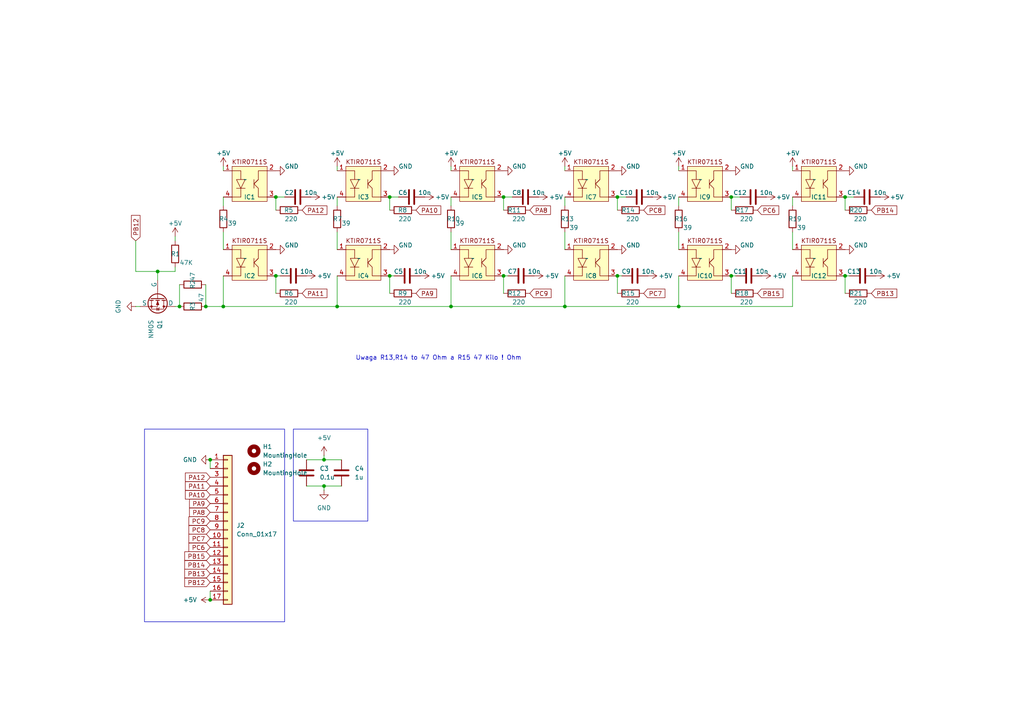
<source format=kicad_sch>
(kicad_sch (version 20231120) (generator "eeschema") (generator_version "8.0")
  (paper "A4")
  (lib_symbols
    (symbol "+5V_1" (power) (pin_numbers hide) (pin_names (offset 0) hide)
      (property "Value" "+5V" (at 0 3.556 0))
      (symbol "+5V_1_0_1"
        (polyline (pts (xy -0.762 1.27) (xy 0 2.54)))
        (polyline (pts (xy 0 0) (xy 0 2.54)))
        (polyline (pts (xy 0 2.54) (xy 0.762 1.27)))
      )
      (symbol "+5V_1_1_1"
        (pin power_in line (at 0 0 90) (length 0) (name "~") (number "1"))
      )
    )
    (symbol "+5V_2" (power) (pin_numbers hide) (pin_names (offset 0) hide)
      (property "Value" "+5V" (at 0 3.556 0))
      (symbol "+5V_2_0_1"
        (polyline (pts (xy -0.762 1.27) (xy 0 2.54)))
        (polyline (pts (xy 0 0) (xy 0 2.54)))
        (polyline (pts (xy 0 2.54) (xy 0.762 1.27)))
      )
      (symbol "+5V_2_1_1"
        (pin power_in line (at 0 0 90) (length 0) (name "~") (number "1"))
      )
    )
    (symbol "+5V_4" (power) (pin_numbers hide) (pin_names (offset 0) hide)
      (property "Value" "+5V" (at 0 3.556 0))
      (symbol "+5V_4_0_1"
        (polyline (pts (xy -0.762 1.27) (xy 0 2.54)))
        (polyline (pts (xy 0 0) (xy 0 2.54)))
        (polyline (pts (xy 0 2.54) (xy 0.762 1.27)))
      )
      (symbol "+5V_4_1_1"
        (pin power_in line (at 0 0 90) (length 0) (name "~") (number "1"))
      )
    )
    (symbol "Connector_Generic:Conn_01x17" (pin_names (offset 1.016) hide)
      (property "Reference" "J" (at 0 22.86 0))
      (property "Value" "Conn_01x17" (at 0 -22.86 0))
      (symbol "Conn_01x17_1_1"
        (rectangle (start -1.27 -20.193) (end 0 -20.447) (stroke (width 0.1524)))
        (rectangle (start -1.27 -17.653) (end 0 -17.907) (stroke (width 0.1524)))
        (rectangle (start -1.27 -15.113) (end 0 -15.367) (stroke (width 0.1524)))
        (rectangle (start -1.27 -12.573) (end 0 -12.827) (stroke (width 0.1524)))
        (rectangle (start -1.27 -10.033) (end 0 -10.287) (stroke (width 0.1524)))
        (rectangle (start -1.27 -7.493) (end 0 -7.747) (stroke (width 0.1524)))
        (rectangle (start -1.27 -4.953) (end 0 -5.207) (stroke (width 0.1524)))
        (rectangle (start -1.27 -2.413) (end 0 -2.667) (stroke (width 0.1524)))
        (rectangle (start -1.27 0.127) (end 0 -0.127) (stroke (width 0.1524)))
        (rectangle (start -1.27 2.667) (end 0 2.413) (stroke (width 0.1524)))
        (rectangle (start -1.27 5.207) (end 0 4.953) (stroke (width 0.1524)))
        (rectangle (start -1.27 7.747) (end 0 7.493) (stroke (width 0.1524)))
        (rectangle (start -1.27 10.287) (end 0 10.033) (stroke (width 0.1524)))
        (rectangle (start -1.27 12.827) (end 0 12.573) (stroke (width 0.1524)))
        (rectangle (start -1.27 15.367) (end 0 15.113) (stroke (width 0.1524)))
        (rectangle (start -1.27 17.907) (end 0 17.653) (stroke (width 0.1524)))
        (rectangle (start -1.27 20.447) (end 0 20.193) (stroke (width 0.1524)))
        (rectangle (start -1.27 21.59) (end 1.27 -21.59) (stroke (width 0.254)) (fill (type background)))
        (pin passive line (at -5.08 20.32 0) (length 3.81) (name "Pin_1") (number "1"))
        (pin passive line (at -5.08 -2.54 0) (length 3.81) (name "Pin_10") (number "10"))
        (pin passive line (at -5.08 -5.08 0) (length 3.81) (name "Pin_11") (number "11"))
        (pin passive line (at -5.08 -7.62 0) (length 3.81) (name "Pin_12") (number "12"))
        (pin passive line (at -5.08 -10.16 0) (length 3.81) (name "Pin_13") (number "13"))
        (pin passive line (at -5.08 -12.7 0) (length 3.81) (name "Pin_14") (number "14"))
        (pin passive line (at -5.08 -15.24 0) (length 3.81) (name "Pin_15") (number "15"))
        (pin passive line (at -5.08 -17.78 0) (length 3.81) (name "Pin_16") (number "16"))
        (pin passive line (at -5.08 -20.32 0) (length 3.81) (name "Pin_17") (number "17"))
        (pin passive line (at -5.08 17.78 0) (length 3.81) (name "Pin_2") (number "2"))
        (pin passive line (at -5.08 15.24 0) (length 3.81) (name "Pin_3") (number "3"))
        (pin passive line (at -5.08 12.7 0) (length 3.81) (name "Pin_4") (number "4"))
        (pin passive line (at -5.08 10.16 0) (length 3.81) (name "Pin_5") (number "5"))
        (pin passive line (at -5.08 7.62 0) (length 3.81) (name "Pin_6") (number "6"))
        (pin passive line (at -5.08 5.08 0) (length 3.81) (name "Pin_7") (number "7"))
        (pin passive line (at -5.08 2.54 0) (length 3.81) (name "Pin_8") (number "8"))
        (pin passive line (at -5.08 0 0) (length 3.81) (name "Pin_9") (number "9"))
      )
    )
    (symbol "Device:C" (pin_numbers hide) (pin_names (offset 0.254))
      (property "Reference" "C" (at 0.635 2.54 0))
      (property "Value" "C" (at 0.635 -2.54 0))
      (symbol "C_0_1"
        (polyline (pts (xy -2.032 -0.762) (xy 2.032 -0.762)) (stroke (width 0.508)))
        (polyline (pts (xy -2.032 0.762) (xy 2.032 0.762)) (stroke (width 0.508)))
      )
      (symbol "C_1_1"
        (pin passive line (at 0 3.81 270) (length 2.794) (name "~") (number "1"))
        (pin passive line (at 0 -3.81 90) (length 2.794) (name "~") (number "2"))
      )
    )
    (symbol "Device:R" (pin_numbers hide) (pin_names (offset 0))
      (property "Reference" "R" (at 2.032 0 90))
      (property "Value" "R" (at 0 0 90))
      (symbol "R_0_1"
        (rectangle (start -1.016 -2.54) (end 1.016 2.54) (stroke (width 0.254)))
      )
      (symbol "R_1_1"
        (pin passive line (at 0 3.81 270) (length 1.27) (name "~") (number "1"))
        (pin passive line (at 0 -3.81 90) (length 1.27) (name "~") (number "2"))
      )
    )
    (symbol "GND_1" (power) (pin_numbers hide) (pin_names (offset 0) hide)
      (property "Value" "GND" (at 0 -3.81 0))
      (symbol "GND_1_0_1"
        (polyline (pts (xy 0 0) (xy 0 -1.27) (xy 1.27 -1.27) (xy 0 -2.54) (xy -1.27 -1.27) (xy 0 -1.27)))
      )
      (symbol "GND_1_1_1"
        (pin power_in line (at 0 0 270) (length 0) (name "~") (number "1"))
      )
    )
    (symbol "GND_2" (power) (pin_numbers hide) (pin_names (offset 0) hide)
      (property "Value" "GND" (at 0 -3.81 0))
      (symbol "GND_2_0_1"
        (polyline (pts (xy 0 0) (xy 0 -1.27) (xy 1.27 -1.27) (xy 0 -2.54) (xy -1.27 -1.27) (xy 0 -1.27)))
      )
      (symbol "GND_2_1_1"
        (pin power_in line (at 0 0 270) (length 0) (name "~") (number "1"))
      )
    )
    (symbol "GND_3" (power) (pin_numbers hide) (pin_names (offset 0) hide)
      (property "Value" "GND" (at 0 -3.81 0))
      (symbol "GND_3_0_1"
        (polyline (pts (xy 0 0) (xy 0 -1.27) (xy 1.27 -1.27) (xy 0 -2.54) (xy -1.27 -1.27) (xy 0 -1.27)))
      )
      (symbol "GND_3_1_1"
        (pin power_in line (at 0 0 270) (length 0) (name "~") (number "1"))
      )
    )
    (symbol "Mechanical:MountingHole" (pin_names (offset 1.016)) (exclude_from_sim yes) (in_bom no)
      (property "Reference" "H" (at 0 5.08 0))
      (property "Value" "MountingHole" (at 0 3.175 0))
      (symbol "MountingHole_0_1"
        (circle (center 0 0) (radius 1.27) (stroke (width 1.27)))
      )
    )
    (symbol "Sensor_KTIR0711S:KTIR0711S"
      (property "Reference" "IC" (at 1.27 2.54 0))
      (symbol "KTIR0711S_1_1"
        (rectangle (start -3.81 3.81) (end 6.35 -6.35) (fill (type background)))
        (polyline (pts (xy -3.81 -5.08) (xy -1.27 -5.08)))
        (polyline (pts (xy -3.81 2.54) (xy -1.27 2.54)))
        (polyline (pts (xy 2.54 -1.27) (xy 2.54 0) (xy 2.54 -2.54) (xy 2.54 -1.27) (xy 3.81 0)))
        (polyline (pts (xy 6.35 -5.08) (xy 3.81 -5.08) (xy 3.81 -2.54) (xy 2.54 -1.27) (xy 3.81 0) (xy 3.81 2.54) (xy 6.35 2.54)))
        (polyline (pts (xy -1.27 2.54) (xy -1.27 0) (xy -2.54 0) (xy 0 0) (xy -1.27 -2.54) (xy -2.54 0) (xy -1.27 -2.54) (xy -2.54 -2.54) (xy 0 -2.54) (xy -1.27 -2.54) (xy -1.27 -5.08)))
        (text "KTIR0711S" (at 1.27 5.08 0) (effects (font (size 1.27 1.27))))
        (pin input line (at -6.35 2.54 0) (length 2.54) (name "") (number "1"))
        (pin input line (at 8.89 2.54 180) (length 2.54) (name "") (number "2"))
        (pin input line (at 8.89 -5.08 180) (length 2.54) (name "") (number "3"))
        (pin input line (at -6.35 -5.08 0) (length 2.54) (name "") (number "4"))
      )
    )
    (symbol "Simulation_SPICE:NMOS" (pin_numbers hide) (pin_names (offset 0))
      (property "Reference" "Q" (at 5.08 1.27 0))
      (property "Value" "NMOS" (at 5.08 -1.27 0))
      (symbol "NMOS_0_1"
        (polyline (pts (xy 0.254 0) (xy -2.54 0)))
        (polyline (pts (xy 0.254 1.905) (xy 0.254 -1.905)) (stroke (width 0.254)))
        (polyline (pts (xy 0.762 -1.27) (xy 0.762 -2.286)) (stroke (width 0.254)))
        (polyline (pts (xy 0.762 0.508) (xy 0.762 -0.508)) (stroke (width 0.254)))
        (polyline (pts (xy 0.762 2.286) (xy 0.762 1.27)) (stroke (width 0.254)))
        (polyline (pts (xy 2.54 2.54) (xy 2.54 1.778)))
        (polyline (pts (xy 2.54 -2.54) (xy 2.54 0) (xy 0.762 0)))
        (polyline (pts (xy 0.762 -1.778) (xy 3.302 -1.778) (xy 3.302 1.778) (xy 0.762 1.778)))
        (polyline (pts (xy 1.016 0) (xy 2.032 0.381) (xy 2.032 -0.381) (xy 1.016 0)) (fill (type outline)))
        (polyline (pts (xy 2.794 0.508) (xy 2.921 0.381) (xy 3.683 0.381) (xy 3.81 0.254)))
        (polyline (pts (xy 3.302 0.381) (xy 2.921 -0.254) (xy 3.683 -0.254) (xy 3.302 0.381)))
        (circle (center 1.651 0) (radius 2.794) (stroke (width 0.254)))
        (circle (center 2.54 -1.778) (radius 0.254) (fill (type outline)))
        (circle (center 2.54 1.778) (radius 0.254) (fill (type outline)))
      )
      (symbol "NMOS_1_1"
        (pin passive line (at 2.54 5.08 270) (length 2.54) (name "D") (number "1"))
        (pin input line (at -5.08 0 0) (length 2.54) (name "G") (number "2"))
        (pin passive line (at 2.54 -5.08 90) (length 2.54) (name "S") (number "3"))
      )
    )
    (symbol "power:+5V" (power) (pin_names (offset 0))
      (property "Value" "+5V" (at 0 3.556 0))
      (symbol "+5V_0_1"
        (polyline (pts (xy -0.762 1.27) (xy 0 2.54)))
        (polyline (pts (xy 0 0) (xy 0 2.54)))
        (polyline (pts (xy 0 2.54) (xy 0.762 1.27)))
      )
      (symbol "+5V_1_1"
        (pin power_in line (at 0 0 90) (length 0) hide (name "+5V") (number "1"))
      )
    )
    (symbol "power:GND" (power) (pin_names (offset 0))
      (property "Value" "GND" (at 0 -3.81 0))
      (symbol "GND_0_1"
        (polyline (pts (xy 0 0) (xy 0 -1.27) (xy 1.27 -1.27) (xy 0 -2.54) (xy -1.27 -1.27) (xy 0 -1.27)))
      )
      (symbol "GND_1_1"
        (pin power_in line (at 0 0 270) (length 0) hide (name "GND") (number "1"))
      )
    )
  )
  (junction (at 60.96 173.99))
  (junction (at 64.77 88.9))
  (junction (at 93.98 140.97))
  (junction (at 179.07 57.15))
  (junction (at 80.01 80.01))
  (junction (at 113.03 57.15))
  (junction (at 196.85 88.9))
  (junction (at 60.96 133.35))
  (junction (at 97.79 88.9))
  (junction (at 59.69 88.9))
  (junction (at 212.09 80.01))
  (junction (at 80.01 57.15))
  (junction (at 163.83 88.9))
  (junction (at 146.05 80.01))
  (junction (at 179.07 80.01))
  (junction (at 130.81 88.9))
  (junction (at 113.03 80.01))
  (junction (at 212.09 57.15))
  (junction (at 52.07 88.9))
  (junction (at 93.98 133.35))
  (junction (at 146.05 57.15))
  (junction (at 245.11 80.01))
  (junction (at 45.72 78.74))
  (junction (at 245.11 57.15))
  (wire (pts (xy 39.37 88.9) (xy 40.64 88.9)))
  (wire (pts (xy 64.77 80.01) (xy 64.77 88.9)))
  (wire (pts (xy 64.77 67.31) (xy 64.77 72.39)))
  (wire (pts (xy 50.8 88.9) (xy 52.07 88.9)))
  (wire (pts (xy 130.81 67.31) (xy 130.81 72.39)))
  (wire (pts (xy 130.81 57.15) (xy 130.81 59.69)))
  (wire (pts (xy 245.11 60.96) (xy 245.11 57.15)))
  (wire (pts (xy 163.83 88.9) (xy 130.81 88.9)))
  (wire (pts (xy 163.83 88.9) (xy 196.85 88.9)))
  (wire (pts (xy 196.85 88.9) (xy 229.87 88.9)))
  (wire (pts (xy 163.83 67.31) (xy 163.83 72.39)))
  (wire (pts (xy 163.83 48.26) (xy 163.83 49.53)))
  (wire (pts (xy 59.69 88.9) (xy 64.77 88.9)))
  (wire (pts (xy 245.11 57.15) (xy 247.65 57.15)))
  (wire (pts (xy 50.8 68.58) (xy 50.8 69.85)))
  (wire (pts (xy 39.37 78.74) (xy 45.72 78.74)))
  (wire (pts (xy 64.77 88.9) (xy 97.79 88.9)))
  (wire (pts (xy 146.05 85.09) (xy 146.05 80.01)))
  (wire (pts (xy 97.79 67.31) (xy 97.79 72.39)))
  (wire (pts (xy 60.96 171.45) (xy 60.96 173.99)))
  (wire (pts (xy 52.07 88.9) (xy 52.07 82.55)))
  (wire (pts (xy 113.03 85.09) (xy 113.03 80.01)))
  (wire (pts (xy 93.98 142.24) (xy 93.98 140.97)))
  (wire (pts (xy 245.11 85.09) (xy 245.11 80.01)))
  (wire (pts (xy 196.85 67.31) (xy 196.85 72.39)))
  (wire (pts (xy 97.79 88.9) (xy 130.81 88.9)))
  (wire (pts (xy 196.85 80.01) (xy 196.85 88.9)))
  (wire (pts (xy 64.77 48.26) (xy 64.77 49.53)))
  (wire (pts (xy 130.81 48.26) (xy 130.81 49.53)))
  (wire (pts (xy 97.79 57.15) (xy 97.79 59.69)))
  (wire (pts (xy 196.85 57.15) (xy 196.85 59.69)))
  (wire (pts (xy 179.07 60.96) (xy 179.07 57.15)))
  (wire (pts (xy 146.05 60.96) (xy 146.05 57.15)))
  (wire (pts (xy 229.87 80.01) (xy 229.87 88.9)))
  (wire (pts (xy 60.96 133.35) (xy 60.96 135.89)))
  (wire (pts (xy 113.03 60.96) (xy 113.03 57.15)))
  (wire (pts (xy 45.72 78.74) (xy 45.72 81.28)))
  (wire (pts (xy 59.69 82.55) (xy 59.69 88.9)))
  (wire (pts (xy 80.01 85.09) (xy 80.01 80.01)))
  (wire (pts (xy 80.01 57.15) (xy 82.55 57.15)))
  (wire (pts (xy 80.01 60.96) (xy 80.01 57.15)))
  (wire (pts (xy 147.32 80.01) (xy 146.05 80.01)))
  (wire (pts (xy 93.98 132.08) (xy 93.98 133.35)))
  (wire (pts (xy 88.9 133.35) (xy 93.98 133.35)))
  (wire (pts (xy 45.72 78.74) (xy 50.8 78.74)))
  (wire (pts (xy 93.98 140.97) (xy 88.9 140.97)))
  (wire (pts (xy 196.85 48.26) (xy 196.85 49.53)))
  (wire (pts (xy 163.83 57.15) (xy 163.83 59.69)))
  (wire (pts (xy 81.28 80.01) (xy 80.01 80.01)))
  (wire (pts (xy 113.03 57.15) (xy 115.57 57.15)))
  (wire (pts (xy 64.77 57.15) (xy 64.77 59.69)))
  (wire (pts (xy 212.09 60.96) (xy 212.09 57.15)))
  (wire (pts (xy 229.87 57.15) (xy 229.87 59.69)))
  (wire (pts (xy 179.07 85.09) (xy 179.07 80.01)))
  (wire (pts (xy 180.34 80.01) (xy 179.07 80.01)))
  (wire (pts (xy 213.36 80.01) (xy 212.09 80.01)))
  (wire (pts (xy 163.83 80.01) (xy 163.83 88.9)))
  (wire (pts (xy 246.38 80.01) (xy 245.11 80.01)))
  (wire (pts (xy 39.37 69.85) (xy 39.37 78.74)))
  (wire (pts (xy 179.07 57.15) (xy 181.61 57.15)))
  (wire (pts (xy 146.05 57.15) (xy 148.59 57.15)))
  (wire (pts (xy 97.79 48.26) (xy 97.79 49.53)))
  (wire (pts (xy 97.79 80.01) (xy 97.79 88.9)))
  (wire (pts (xy 93.98 133.35) (xy 99.06 133.35)))
  (wire (pts (xy 212.09 85.09) (xy 212.09 80.01)))
  (wire (pts (xy 114.3 80.01) (xy 113.03 80.01)))
  (wire (pts (xy 130.81 80.01) (xy 130.81 88.9)))
  (wire (pts (xy 50.8 77.47) (xy 50.8 78.74)))
  (wire (pts (xy 93.98 140.97) (xy 99.06 140.97)))
  (wire (pts (xy 229.87 67.31) (xy 229.87 72.39)))
  (wire (pts (xy 212.09 57.15) (xy 214.63 57.15)))
  (wire (pts (xy 229.87 48.26) (xy 229.87 49.53)))
  (rectangle (start 41.91 124.46) (end 82.55 180.34))
  (rectangle (start 85.09 124.46) (end 106.68 151.13))
  (text "Uwaga R13,R14 to 47 Ohm a R15 47 Kilo ! Ohm" (at 103.124 104.648 0) (effects (font (size 1.27 1.27)) (justify left bottom)))
  (global_label "PB12" (shape input) (at 60.96 168.91 180) (property "Intersheetrefs" "${INTERSHEET_REFS}" (effects (hide yes))))
  (global_label "PB13" (shape input) (at 252.73 85.09 0) (property "Intersheetrefs" "${INTERSHEET_REFS}" (effects (hide yes))))
  (global_label "PB12" (shape input) (at 39.37 69.85 90) (property "Intersheetrefs" "${INTERSHEET_REFS}" (effects (hide yes))))
  (global_label "PB13" (shape input) (at 60.96 166.37 180) (property "Intersheetrefs" "${INTERSHEET_REFS}" (effects (hide yes))))
  (global_label "PC8" (shape input) (at 60.96 153.67 180) (property "Intersheetrefs" "${INTERSHEET_REFS}" (effects (hide yes))))
  (global_label "PC8" (shape input) (at 186.69 60.96 0) (property "Intersheetrefs" "${INTERSHEET_REFS}" (effects (hide yes))))
  (global_label "PB15" (shape input) (at 60.96 161.29 180) (property "Intersheetrefs" "${INTERSHEET_REFS}" (effects (hide yes))))
  (global_label "PC6" (shape input) (at 60.96 158.75 180) (property "Intersheetrefs" "${INTERSHEET_REFS}" (effects (hide yes))))
  (global_label "PA9" (shape input) (at 120.65 85.09 0) (property "Intersheetrefs" "${INTERSHEET_REFS}" (effects (hide yes))))
  (global_label "PC7" (shape input) (at 60.96 156.21 180) (property "Intersheetrefs" "${INTERSHEET_REFS}" (effects (hide yes))))
  (global_label "PA12" (shape input) (at 87.63 60.96 0) (property "Intersheetrefs" "${INTERSHEET_REFS}" (effects (hide yes))))
  (global_label "PA11" (shape input) (at 60.96 140.97 180) (property "Intersheetrefs" "${INTERSHEET_REFS}" (effects (hide yes))))
  (global_label "PA8" (shape input) (at 153.67 60.96 0) (property "Intersheetrefs" "${INTERSHEET_REFS}" (effects (hide yes))))
  (global_label "PC9" (shape input) (at 60.96 151.13 180) (property "Intersheetrefs" "${INTERSHEET_REFS}" (effects (hide yes))))
  (global_label "PA12" (shape input) (at 60.96 138.43 180) (property "Intersheetrefs" "${INTERSHEET_REFS}" (effects (hide yes))))
  (global_label "PB15" (shape input) (at 219.71 85.09 0) (property "Intersheetrefs" "${INTERSHEET_REFS}" (effects (hide yes))))
  (global_label "PB14" (shape input) (at 60.96 163.83 180) (property "Intersheetrefs" "${INTERSHEET_REFS}" (effects (hide yes))))
  (global_label "PA10" (shape input) (at 120.65 60.96 0) (property "Intersheetrefs" "${INTERSHEET_REFS}" (effects (hide yes))))
  (global_label "PC6" (shape input) (at 219.71 60.96 0) (property "Intersheetrefs" "${INTERSHEET_REFS}" (effects (hide yes))))
  (global_label "PA8" (shape input) (at 60.96 148.59 180) (property "Intersheetrefs" "${INTERSHEET_REFS}" (effects (hide yes))))
  (global_label "PC7" (shape input) (at 186.69 85.09 0) (property "Intersheetrefs" "${INTERSHEET_REFS}" (effects (hide yes))))
  (global_label "PC9" (shape input) (at 153.67 85.09 0) (property "Intersheetrefs" "${INTERSHEET_REFS}" (effects (hide yes))))
  (global_label "PA11" (shape input) (at 87.63 85.09 0) (property "Intersheetrefs" "${INTERSHEET_REFS}" (effects (hide yes))))
  (global_label "PA10" (shape input) (at 60.96 143.51 180) (property "Intersheetrefs" "${INTERSHEET_REFS}" (effects (hide yes))))
  (global_label "PB14" (shape input) (at 252.73 60.96 0) (property "Intersheetrefs" "${INTERSHEET_REFS}" (effects (hide yes))))
  (global_label "PA9" (shape input) (at 60.96 146.05 180) (property "Intersheetrefs" "${INTERSHEET_REFS}" (effects (hide yes))))
  (symbol (lib_id "Sensor_KTIR0711S:KTIR0711S") (at 170.18 74.93 0) (unit 1)
    (property "Reference" "IC8" (at 171.45 80.01 0))
    (property "Value" "~" (at 170.18 74.93 0))
    (property "Footprint" "Sensor_Optical:KTIR0711S" (effects (hide yes)))
  )
  (symbol (lib_id "Device:C") (at 119.38 57.15 90) (unit 1)
    (property "Reference" "C6" (at 116.84 55.88 90))
    (property "Value" "10n" (at 123.19 55.88 90))
    (property "Footprint" "Capacitor_SMD:C_0603_1608Metric" (effects (hide yes)))
  )
  (symbol (lib_id "Sensor_KTIR0711S:KTIR0711S") (at 236.22 74.93 0) (unit 1)
    (property "Reference" "IC12" (at 237.49 80.01 0))
    (property "Value" "~" (at 236.22 74.93 0))
    (property "Footprint" "Sensor_Optical:KTIR0711S" (effects (hide yes)))
  )
  (symbol (lib_id "Device:R") (at 97.79 63.5 0) (unit 1)
    (property "Reference" "R7" (at 96.52 63.5 0) (effects (justify left)))
    (property "Value" "39" (at 99.06 64.77 0) (effects (justify left)))
    (property "Footprint" "Resistor_SMD:R_0603_1608Metric" (effects (hide yes)))
  )
  (symbol (lib_id "Device:R") (at 130.81 63.5 0) (unit 1)
    (property "Reference" "R10" (at 129.54 63.5 0) (effects (justify left)))
    (property "Value" "39" (at 132.08 64.77 0) (effects (justify left)))
    (property "Footprint" "Resistor_SMD:R_0603_1608Metric" (effects (hide yes)))
  )
  (symbol (lib_id "power:+5V") (at 254 80.01 270) (unit 1)
    (property "Reference" "#PWR031" (effects (hide yes)))
    (property "Value" "+5V" (at 259.08 80.01 90))
  )
  (symbol (lib_id "Device:R") (at 50.8 73.66 0) (unit 1)
    (property "Reference" "R1" (at 49.53 73.66 0) (effects (justify left)))
    (property "Value" "47K" (at 52.07 76.2 0) (effects (justify left)))
    (property "Footprint" "Resistor_SMD:R_0603_1608Metric" (effects (hide yes)))
  )
  (symbol (lib_id "power:+5V") (at 163.83 48.26 0) (unit 1)
    (property "Reference" "#PWR017" (effects (hide yes)))
    (property "Value" "+5V" (at 163.83 44.45 0))
  )
  (symbol (lib_id "Sensor_KTIR0711S:KTIR0711S") (at 236.22 52.07 0) (unit 1)
    (property "Reference" "IC11" (at 237.49 57.15 0))
    (property "Value" "~" (at 236.22 52.07 0))
    (property "Footprint" "Sensor_Optical:KTIR0711S" (effects (hide yes)))
  )
  (symbol (lib_id "power:+5V") (at 50.8 68.58 0) (unit 1)
    (property "Reference" "#PWR09" (effects (hide yes)))
    (property "Value" "+5V" (at 50.8 64.77 0))
  )
  (symbol (lib_id "power:+5V") (at 156.21 57.15 270) (unit 1)
    (property "Reference" "#PWR016" (effects (hide yes)))
    (property "Value" "+5V" (at 161.29 57.15 90))
  )
  (symbol (lib_id "Mechanical:MountingHole") (at 73.66 135.89 0) (unit 1) (exclude_from_sim yes) (in_bom no)
    (property "Reference" "H2" (at 76.2 134.6199 0) (effects (justify left)))
    (property "Value" "MountingHole" (at 76.2 137.1599 0) (effects (justify left)))
    (property "Footprint" "MountingHole:MountingHole_2.2mm_M2" (effects (hide yes)))
    (property "Description" "Mounting Hole without connection" (effects (hide yes)))
  )
  (symbol (lib_id "power:GND") (at 113.03 72.39 90) (unit 1)
    (property "Reference" "#PWR08" (effects (hide yes)))
    (property "Value" "GND" (at 115.57 71.12 90) (effects (justify right)))
  )
  (symbol (lib_id "Device:R") (at 64.77 63.5 0) (unit 1)
    (property "Reference" "R4" (at 63.5 63.5 0) (effects (justify left)))
    (property "Value" "39" (at 66.04 64.77 0) (effects (justify left)))
    (property "Footprint" "Resistor_SMD:R_0603_1608Metric" (effects (hide yes)))
  )
  (symbol (lib_id "Device:R") (at 149.86 85.09 90) (unit 1)
    (property "Reference" "R12" (at 151.13 85.09 90) (effects (justify left)))
    (property "Value" "220" (at 152.4 87.63 90) (effects (justify left)))
    (property "Footprint" "Resistor_SMD:R_0603_1608Metric" (effects (hide yes)))
  )
  (symbol (lib_id "power:GND") (at 113.03 49.53 90) (unit 1)
    (property "Reference" "#PWR07" (effects (hide yes)))
    (property "Value" "GND" (at 115.57 48.26 90) (effects (justify right)))
  )
  (symbol (lib_id "Device:C") (at 250.19 80.01 90) (unit 1)
    (property "Reference" "C13" (at 247.65 78.74 90))
    (property "Value" "10n" (at 254 78.74 90))
    (property "Footprint" "Capacitor_SMD:C_0603_1608Metric" (effects (hide yes)))
  )
  (symbol (lib_id "Device:C") (at 251.46 57.15 90) (unit 1)
    (property "Reference" "C14" (at 247.65 55.88 90))
    (property "Value" "10n" (at 255.27 55.88 90))
    (property "Footprint" "Capacitor_SMD:C_0603_1608Metric" (effects (hide yes)))
  )
  (symbol (lib_id "Sensor_KTIR0711S:KTIR0711S") (at 203.2 74.93 0) (unit 1)
    (property "Reference" "IC10" (at 204.47 80.01 0))
    (property "Value" "~" (at 203.2 74.93 0))
    (property "Footprint" "Sensor_Optical:KTIR0711S" (effects (hide yes)))
  )
  (symbol (lib_id "power:GND") (at 80.01 49.53 90) (unit 1)
    (property "Reference" "#PWR02" (effects (hide yes)))
    (property "Value" "GND" (at 82.55 48.26 90) (effects (justify right)))
  )
  (symbol (lib_id "Device:R") (at 83.82 60.96 90) (unit 1)
    (property "Reference" "R5" (at 85.09 60.96 90) (effects (justify left)))
    (property "Value" "220" (at 86.36 63.5 90) (effects (justify left)))
    (property "Footprint" "Resistor_SMD:R_0603_1608Metric" (effects (hide yes)))
  )
  (symbol (lib_id "power:+5V") (at 90.17 57.15 270) (unit 1)
    (property "Reference" "#PWR05" (effects (hide yes)))
    (property "Value" "+5V" (at 95.25 57.15 90))
  )
  (symbol (lib_id "Device:R") (at 182.88 60.96 90) (unit 1)
    (property "Reference" "R14" (at 184.15 60.96 90) (effects (justify left)))
    (property "Value" "220" (at 185.42 63.5 90) (effects (justify left)))
    (property "Footprint" "Resistor_SMD:R_0603_1608Metric" (effects (hide yes)))
  )
  (symbol (lib_id "Device:R") (at 196.85 63.5 0) (unit 1)
    (property "Reference" "R16" (at 195.58 63.5 0) (effects (justify left)))
    (property "Value" "39" (at 198.12 66.04 0) (effects (justify left)))
    (property "Footprint" "Resistor_SMD:R_0603_1608Metric" (effects (hide yes)))
  )
  (symbol (lib_name "GND_3") (lib_id "power:GND") (at 93.98 142.24 0) (unit 1)
    (property "Reference" "#PWR036" (effects (hide yes)))
    (property "Value" "GND" (at 93.98 147.32 0))
    (property "Description" "Power symbol creates a global label with name \"GND\" , ground" (effects (hide yes)))
  )
  (symbol (lib_id "Device:C") (at 217.17 80.01 90) (unit 1)
    (property "Reference" "C11" (at 214.63 78.74 90))
    (property "Value" "10n" (at 220.98 78.74 90))
    (property "Footprint" "Capacitor_SMD:C_0603_1608Metric" (effects (hide yes)))
  )
  (symbol (lib_id "Device:R") (at 163.83 63.5 0) (unit 1)
    (property "Reference" "R13" (at 162.56 63.5 0) (effects (justify left)))
    (property "Value" "39" (at 165.1 66.04 0) (effects (justify left)))
    (property "Footprint" "Resistor_SMD:R_0603_1608Metric" (effects (hide yes)))
  )
  (symbol (lib_id "Device:R") (at 182.88 85.09 90) (unit 1)
    (property "Reference" "R15" (at 184.15 85.09 90) (effects (justify left)))
    (property "Value" "220" (at 185.42 87.63 90) (effects (justify left)))
    (property "Footprint" "Resistor_SMD:R_0603_1608Metric" (effects (hide yes)))
  )
  (symbol (lib_name "+5V_4") (lib_id "power:+5V") (at 93.98 132.08 0) (unit 1)
    (property "Reference" "#PWR035" (effects (hide yes)))
    (property "Value" "+5V" (at 93.98 127 0))
    (property "Description" "Power symbol creates a global label with name \"+5V\"" (effects (hide yes)))
  )
  (symbol (lib_id "power:+5V") (at 123.19 57.15 270) (unit 1)
    (property "Reference" "#PWR011" (effects (hide yes)))
    (property "Value" "+5V" (at 128.27 57.15 90))
  )
  (symbol (lib_id "Device:R") (at 248.92 85.09 90) (unit 1)
    (property "Reference" "R21" (at 250.19 85.09 90) (effects (justify left)))
    (property "Value" "220" (at 251.46 87.63 90) (effects (justify left)))
    (property "Footprint" "Resistor_SMD:R_0603_1608Metric" (effects (hide yes)))
  )
  (symbol (lib_id "power:+5V") (at 130.81 48.26 0) (unit 1)
    (property "Reference" "#PWR012" (effects (hide yes)))
    (property "Value" "+5V" (at 130.81 44.45 0))
  )
  (symbol (lib_id "power:+5V") (at 220.98 80.01 270) (unit 1)
    (property "Reference" "#PWR024" (effects (hide yes)))
    (property "Value" "+5V" (at 226.06 80.01 90))
  )
  (symbol (lib_id "power:GND") (at 212.09 72.39 90) (unit 1)
    (property "Reference" "#PWR023" (effects (hide yes)))
    (property "Value" "GND" (at 214.63 71.12 90) (effects (justify right)))
  )
  (symbol (lib_id "Device:R") (at 149.86 60.96 90) (unit 1)
    (property "Reference" "R11" (at 151.13 60.96 90) (effects (justify left)))
    (property "Value" "220" (at 152.4 63.5 90) (effects (justify left)))
    (property "Footprint" "Resistor_SMD:R_0603_1608Metric" (effects (hide yes)))
  )
  (symbol (lib_id "Simulation_SPICE:NMOS") (at 45.72 86.36 270) (unit 1)
    (property "Reference" "Q1" (at 46.355 92.71 0) (effects (justify left)))
    (property "Value" "NMOS" (at 43.815 92.71 0) (effects (justify left)))
    (property "Footprint" "NMOS_new:NMOS_SN" (effects (hide yes)))
    (property "Datasheet" "https://ngspice.sourceforge.io/docs/ngspice-manual.pdf" (effects (hide yes)))
    (property "Sim.Device" "NMOS" (effects (hide yes)))
    (property "Sim.Type" "VDMOS" (effects (hide yes)))
    (property "Sim.Pins" "1=G 2=S 3=D" (effects (hide yes)))
  )
  (symbol (lib_id "Connector_Generic:Conn_01x17") (at 66.04 153.67 0) (unit 1)
    (property "Reference" "J2" (at 68.58 152.3999 0) (effects (justify left)))
    (property "Value" "Conn_01x17" (at 68.58 154.9399 0) (effects (justify left)))
    (property "Footprint" "Connector_FFC-FPC:Hirose_FH12-17S-0.5SH_1x17-1MP_P0.50mm_Horizontal" (effects (hide yes)))
    (property "Description" "Generic connector, single row, 01x17, script generated (kicad-library-utils/schlib/autogen/connector/)" (effects (hide yes)))
  )
  (symbol (lib_id "Sensor_KTIR0711S:KTIR0711S") (at 71.12 52.07 0) (unit 1)
    (property "Reference" "IC1" (at 72.39 57.15 0))
    (property "Value" "~" (at 71.12 52.07 0))
    (property "Footprint" "Sensor_Optical:KTIR0711S" (effects (hide yes)))
  )
  (symbol (lib_id "power:GND") (at 146.05 72.39 90) (unit 1)
    (property "Reference" "#PWR014" (effects (hide yes)))
    (property "Value" "GND" (at 148.59 71.12 90) (effects (justify right)))
  )
  (symbol (lib_id "Device:R") (at 215.9 60.96 90) (unit 1)
    (property "Reference" "R17" (at 217.17 60.96 90) (effects (justify left)))
    (property "Value" "220" (at 218.44 63.5 90) (effects (justify left)))
    (property "Footprint" "Resistor_SMD:R_0603_1608Metric" (effects (hide yes)))
  )
  (symbol (lib_id "Sensor_KTIR0711S:KTIR0711S") (at 104.14 52.07 0) (unit 1)
    (property "Reference" "IC3" (at 105.41 57.15 0))
    (property "Value" "~" (at 104.14 52.07 0))
    (property "Footprint" "Sensor_Optical:KTIR0711S" (effects (hide yes)))
  )
  (symbol (lib_id "power:GND") (at 212.09 49.53 90) (unit 1)
    (property "Reference" "#PWR022" (effects (hide yes)))
    (property "Value" "GND" (at 214.63 48.26 90) (effects (justify right)))
  )
  (symbol (lib_id "power:GND") (at 146.05 49.53 90) (unit 1)
    (property "Reference" "#PWR013" (effects (hide yes)))
    (property "Value" "GND" (at 148.59 48.26 90) (effects (justify right)))
  )
  (symbol (lib_id "Device:R") (at 215.9 85.09 90) (unit 1)
    (property "Reference" "R18" (at 217.17 85.09 90) (effects (justify left)))
    (property "Value" "220" (at 218.44 87.63 90) (effects (justify left)))
    (property "Footprint" "Resistor_SMD:R_0603_1608Metric" (effects (hide yes)))
  )
  (symbol (lib_id "Device:R") (at 116.84 60.96 90) (unit 1)
    (property "Reference" "R8" (at 118.11 60.96 90) (effects (justify left)))
    (property "Value" "220" (at 119.38 63.5 90) (effects (justify left)))
    (property "Footprint" "Resistor_SMD:R_0603_1608Metric" (effects (hide yes)))
  )
  (symbol (lib_id "power:+5V") (at 196.85 48.26 0) (unit 1)
    (property "Reference" "#PWR021" (effects (hide yes)))
    (property "Value" "+5V" (at 196.85 44.45 0))
  )
  (symbol (lib_id "Sensor_KTIR0711S:KTIR0711S") (at 137.16 74.93 0) (unit 1)
    (property "Reference" "IC6" (at 138.43 80.01 0))
    (property "Value" "~" (at 137.16 74.93 0))
    (property "Footprint" "Sensor_Optical:KTIR0711S" (effects (hide yes)))
  )
  (symbol (lib_id "Sensor_KTIR0711S:KTIR0711S") (at 104.14 74.93 0) (unit 1)
    (property "Reference" "IC4" (at 105.41 80.01 0))
    (property "Value" "~" (at 104.14 74.93 0))
    (property "Footprint" "Sensor_Optical:KTIR0711S" (effects (hide yes)))
  )
  (symbol (lib_id "Device:C") (at 218.44 57.15 90) (unit 1)
    (property "Reference" "C12" (at 214.63 55.88 90))
    (property "Value" "10n" (at 222.25 55.88 90))
    (property "Footprint" "Capacitor_SMD:C_0603_1608Metric" (effects (hide yes)))
  )
  (symbol (lib_name "+5V_2") (lib_id "power:+5V") (at 255.27 57.15 270) (unit 1)
    (property "Reference" "#PWR033" (effects (hide yes)))
    (property "Value" "+5V" (at 258.064 57.15 90) (effects (justify left)))
    (property "Description" "Power symbol creates a global label with name \"+5V\"" (effects (hide yes)))
  )
  (symbol (lib_name "GND_2") (lib_id "power:GND") (at 60.96 133.35 270) (unit 1)
    (property "Reference" "#PWR027" (effects (hide yes)))
    (property "Value" "GND" (at 57.15 133.3499 90) (effects (justify right)))
    (property "Description" "Power symbol creates a global label with name \"GND\" , ground" (effects (hide yes)))
  )
  (symbol (lib_id "Device:C") (at 86.36 57.15 90) (unit 1)
    (property "Reference" "C2" (at 83.82 55.88 90))
    (property "Value" "10n" (at 90.17 55.88 90))
    (property "Footprint" "Capacitor_SMD:C_0603_1608Metric" (effects (hide yes)))
  )
  (symbol (lib_id "power:+5V") (at 60.96 173.99 90) (unit 1)
    (property "Reference" "#PWR038" (effects (hide yes)))
    (property "Value" "+5V" (at 57.15 173.9899 90) (effects (justify left)))
    (property "Description" "Power symbol creates a global label with name \"+5V\"" (effects (hide yes)))
  )
  (symbol (lib_id "Sensor_KTIR0711S:KTIR0711S") (at 137.16 52.07 0) (unit 1)
    (property "Reference" "IC5" (at 138.43 57.15 0))
    (property "Value" "~" (at 137.16 52.07 0))
    (property "Footprint" "Sensor_Optical:KTIR0711S" (effects (hide yes)))
  )
  (symbol (lib_id "Device:C") (at 118.11 80.01 90) (unit 1)
    (property "Reference" "C5" (at 115.57 78.74 90))
    (property "Value" "10n" (at 121.92 78.74 90))
    (property "Footprint" "Capacitor_SMD:C_0603_1608Metric" (effects (hide yes)))
  )
  (symbol (lib_id "Device:R") (at 83.82 85.09 90) (unit 1)
    (property "Reference" "R6" (at 85.09 85.09 90) (effects (justify left)))
    (property "Value" "220" (at 86.36 87.63 90) (effects (justify left)))
    (property "Footprint" "Resistor_SMD:R_0603_1608Metric" (effects (hide yes)))
  )
  (symbol (lib_id "Device:R") (at 116.84 85.09 90) (unit 1)
    (property "Reference" "R9" (at 118.11 85.09 90) (effects (justify left)))
    (property "Value" "220" (at 119.38 87.63 90) (effects (justify left)))
    (property "Footprint" "Resistor_SMD:R_0603_1608Metric" (effects (hide yes)))
  )
  (symbol (lib_id "power:+5V") (at 121.92 80.01 270) (unit 1)
    (property "Reference" "#PWR010" (effects (hide yes)))
    (property "Value" "+5V" (at 127 80.01 90))
  )
  (symbol (lib_id "Device:C") (at 88.9 137.16 0) (unit 1)
    (property "Reference" "C3" (at 92.71 135.8899 0) (effects (justify left)))
    (property "Value" "0.1u" (at 92.71 138.4299 0) (effects (justify left)))
    (property "Footprint" "Capacitor_SMD:C_0603_1608Metric" (effects (hide yes)))
    (property "Description" "Unpolarized capacitor" (effects (hide yes)))
  )
  (symbol (lib_id "power:GND") (at 245.11 49.53 90) (unit 1)
    (property "Reference" "#PWR029" (effects (hide yes)))
    (property "Value" "GND" (at 247.65 48.26 90) (effects (justify right)))
  )
  (symbol (lib_id "power:+5V") (at 154.94 80.01 270) (unit 1)
    (property "Reference" "#PWR015" (effects (hide yes)))
    (property "Value" "+5V" (at 160.02 80.01 90))
  )
  (symbol (lib_id "power:+5V") (at 88.9 80.01 270) (unit 1)
    (property "Reference" "#PWR04" (effects (hide yes)))
    (property "Value" "+5V" (at 93.98 80.01 90))
  )
  (symbol (lib_id "Device:C") (at 184.15 80.01 90) (unit 1)
    (property "Reference" "C9" (at 181.61 78.74 90))
    (property "Value" "10n" (at 187.96 78.74 90))
    (property "Footprint" "Capacitor_SMD:C_0603_1608Metric" (effects (hide yes)))
  )
  (symbol (lib_id "power:GND") (at 245.11 72.39 90) (unit 1)
    (property "Reference" "#PWR030" (effects (hide yes)))
    (property "Value" "GND" (at 247.65 71.12 90) (effects (justify right)))
  )
  (symbol (lib_id "power:GND") (at 80.01 72.39 90) (unit 1)
    (property "Reference" "#PWR03" (effects (hide yes)))
    (property "Value" "GND" (at 82.55 71.12 90) (effects (justify right)))
  )
  (symbol (lib_id "Device:R") (at 55.88 82.55 90) (unit 1)
    (property "Reference" "R2" (at 55.88 83.82 0) (effects (justify left)))
    (property "Value" "47" (at 55.88 81.534 0) (effects (justify left)))
    (property "Footprint" "Resistor_SMD:R_0603_1608Metric" (effects (hide yes)))
  )
  (symbol (lib_id "Sensor_KTIR0711S:KTIR0711S") (at 170.18 52.07 0) (unit 1)
    (property "Reference" "IC7" (at 171.45 57.15 0))
    (property "Value" "~" (at 170.18 52.07 0))
    (property "Footprint" "Sensor_Optical:KTIR0711S" (effects (hide yes)))
  )
  (symbol (lib_id "Sensor_KTIR0711S:KTIR0711S") (at 71.12 74.93 0) (unit 1)
    (property "Reference" "IC2" (at 72.39 80.01 0))
    (property "Value" "~" (at 71.12 74.93 0))
    (property "Footprint" "Sensor_Optical:KTIR0711S" (effects (hide yes)))
  )
  (symbol (lib_id "power:+5V") (at 97.79 48.26 0) (unit 1)
    (property "Reference" "#PWR06" (effects (hide yes)))
    (property "Value" "+5V" (at 97.79 44.45 0))
  )
  (symbol (lib_id "power:GND") (at 179.07 72.39 90) (unit 1)
    (property "Reference" "#PWR019" (effects (hide yes)))
    (property "Value" "GND" (at 181.61 71.12 90) (effects (justify right)))
  )
  (symbol (lib_id "Mechanical:MountingHole") (at 73.66 130.81 0) (unit 1) (exclude_from_sim yes) (in_bom no)
    (property "Reference" "H1" (at 76.2 129.5399 0) (effects (justify left)))
    (property "Value" "MountingHole" (at 76.2 132.0799 0) (effects (justify left)))
    (property "Footprint" "MountingHole:MountingHole_2.2mm_M2" (effects (hide yes)))
    (property "Description" "Mounting Hole without connection" (effects (hide yes)))
  )
  (symbol (lib_id "Device:C") (at 152.4 57.15 90) (unit 1)
    (property "Reference" "C8" (at 149.86 55.88 90))
    (property "Value" "10n" (at 156.21 55.88 90))
    (property "Footprint" "Capacitor_SMD:C_0603_1608Metric" (effects (hide yes)))
  )
  (symbol (lib_id "power:+5V") (at 187.96 80.01 270) (unit 1)
    (property "Reference" "#PWR020" (effects (hide yes)))
    (property "Value" "+5V" (at 193.04 80.01 90))
  )
  (symbol (lib_id "Device:R") (at 55.88 88.9 90) (unit 1)
    (property "Reference" "R3" (at 55.88 90.17 0) (effects (justify left)))
    (property "Value" "47" (at 58.42 87.63 0) (effects (justify left)))
    (property "Footprint" "Resistor_SMD:R_0603_1608Metric" (effects (hide yes)))
  )
  (symbol (lib_id "power:+5V") (at 64.77 48.26 0) (unit 1)
    (property "Reference" "#PWR01" (effects (hide yes)))
    (property "Value" "+5V" (at 64.77 44.45 0))
  )
  (symbol (lib_name "+5V_2") (lib_id "power:+5V") (at 222.25 57.15 270) (unit 1)
    (property "Reference" "#PWR026" (effects (hide yes)))
    (property "Value" "+5V" (at 225.044 57.15 90) (effects (justify left)))
    (property "Description" "Power symbol creates a global label with name \"+5V\"" (effects (hide yes)))
  )
  (symbol (lib_id "Sensor_KTIR0711S:KTIR0711S") (at 203.2 52.07 0) (unit 1)
    (property "Reference" "IC9" (at 204.47 57.15 0))
    (property "Value" "~" (at 203.2 52.07 0))
    (property "Footprint" "Sensor_Optical:KTIR0711S" (effects (hide yes)))
  )
  (symbol (lib_id "Device:R") (at 248.92 60.96 90) (unit 1)
    (property "Reference" "R20" (at 250.19 60.96 90) (effects (justify left)))
    (property "Value" "220" (at 251.46 63.5 90) (effects (justify left)))
    (property "Footprint" "Resistor_SMD:R_0603_1608Metric" (effects (hide yes)))
  )
  (symbol (lib_id "Device:R") (at 229.87 63.5 0) (unit 1)
    (property "Reference" "R19" (at 228.6 63.5 0) (effects (justify left)))
    (property "Value" "39" (at 231.14 66.04 0) (effects (justify left)))
    (property "Footprint" "Resistor_SMD:R_0603_1608Metric" (effects (hide yes)))
  )
  (symbol (lib_id "Device:C") (at 85.09 80.01 90) (unit 1)
    (property "Reference" "C1" (at 82.55 78.74 90))
    (property "Value" "10n" (at 88.9 78.74 90))
    (property "Footprint" "Capacitor_SMD:C_0603_1608Metric" (effects (hide yes)))
  )
  (symbol (lib_id "Device:C") (at 185.42 57.15 90) (unit 1)
    (property "Reference" "C10" (at 181.61 55.88 90))
    (property "Value" "10n" (at 189.23 55.88 90))
    (property "Footprint" "Capacitor_SMD:C_0603_1608Metric" (effects (hide yes)))
  )
  (symbol (lib_id "power:+5V") (at 229.87 48.26 0) (unit 1)
    (property "Reference" "#PWR028" (effects (hide yes)))
    (property "Value" "+5V" (at 229.87 44.45 0))
  )
  (symbol (lib_name "GND_1") (lib_id "power:GND") (at 39.37 88.9 270) (unit 1)
    (property "Reference" "#PWR032" (effects (hide yes)))
    (property "Value" "GND" (at 34.29 88.9 0))
    (property "Description" "Power symbol creates a global label with name \"GND\" , ground" (effects (hide yes)))
  )
  (symbol (lib_name "+5V_1") (lib_id "power:+5V") (at 189.23 57.15 270) (unit 1)
    (property "Reference" "#PWR025" (effects (hide yes)))
    (property "Value" "+5V" (at 192.024 57.15 90) (effects (justify left)))
    (property "Description" "Power symbol creates a global label with name \"+5V\"" (effects (hide yes)))
  )
  (symbol (lib_id "Device:C") (at 99.06 137.16 0) (unit 1)
    (property "Reference" "C4" (at 102.87 135.8899 0) (effects (justify left)))
    (property "Value" "1u" (at 102.87 138.4299 0) (effects (justify left)))
    (property "Footprint" "Capacitor_SMD:C_0603_1608Metric" (effects (hide yes)))
    (property "Description" "Unpolarized capacitor" (effects (hide yes)))
  )
  (symbol (lib_id "Device:C") (at 151.13 80.01 90) (unit 1)
    (property "Reference" "C7" (at 148.59 78.74 90))
    (property "Value" "10n" (at 154.94 78.74 90))
    (property "Footprint" "Capacitor_SMD:C_0603_1608Metric" (effects (hide yes)))
  )
  (symbol (lib_id "power:GND") (at 179.07 49.53 90) (unit 1)
    (property "Reference" "#PWR018" (effects (hide yes)))
    (property "Value" "GND" (at 181.61 48.26 90) (effects (justify right)))
  )
)
</source>
